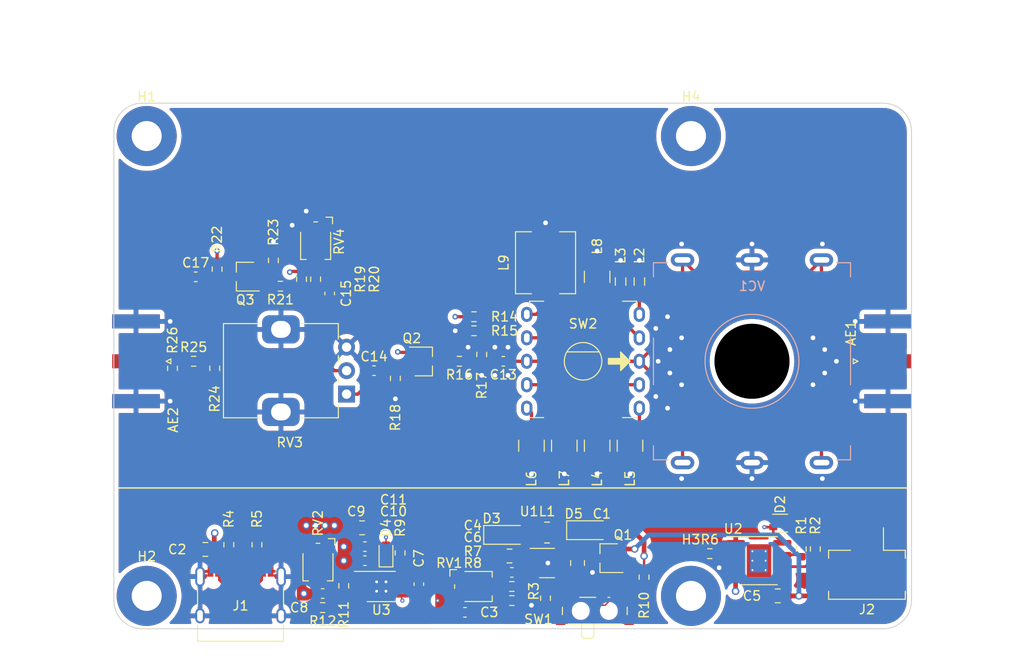
<source format=kicad_pcb>
(kicad_pcb (version 20211014) (generator pcbnew)

  (general
    (thickness 4.69)
  )

  (paper "A4")
  (title_block
    (title "HFAmp")
    (date "2022-11-13")
    (rev "A0")
    (company "imi415")
  )

  (layers
    (0 "F.Cu" signal)
    (1 "In1.Cu" signal)
    (2 "In2.Cu" signal)
    (31 "B.Cu" signal)
    (32 "B.Adhes" user "B.Adhesive")
    (33 "F.Adhes" user "F.Adhesive")
    (34 "B.Paste" user)
    (35 "F.Paste" user)
    (36 "B.SilkS" user "B.Silkscreen")
    (37 "F.SilkS" user "F.Silkscreen")
    (38 "B.Mask" user)
    (39 "F.Mask" user)
    (40 "Dwgs.User" user "User.Drawings")
    (41 "Cmts.User" user "User.Comments")
    (42 "Eco1.User" user "User.Eco1")
    (43 "Eco2.User" user "User.Eco2")
    (44 "Edge.Cuts" user)
    (45 "Margin" user)
    (46 "B.CrtYd" user "B.Courtyard")
    (47 "F.CrtYd" user "F.Courtyard")
    (48 "B.Fab" user)
    (49 "F.Fab" user)
    (50 "User.1" user)
    (51 "User.2" user)
    (52 "User.3" user)
    (53 "User.4" user)
    (54 "User.5" user)
    (55 "User.6" user)
    (56 "User.7" user)
    (57 "User.8" user)
    (58 "User.9" user)
  )

  (setup
    (stackup
      (layer "F.SilkS" (type "Top Silk Screen"))
      (layer "F.Paste" (type "Top Solder Paste"))
      (layer "F.Mask" (type "Top Solder Mask") (thickness 0.01))
      (layer "F.Cu" (type "copper") (thickness 0.035))
      (layer "dielectric 1" (type "core") (thickness 1.51) (material "FR4") (epsilon_r 4.5) (loss_tangent 0.02))
      (layer "In1.Cu" (type "copper") (thickness 0.035))
      (layer "dielectric 2" (type "prepreg") (thickness 1.51) (material "FR4") (epsilon_r 4.5) (loss_tangent 0.02))
      (layer "In2.Cu" (type "copper") (thickness 0.035))
      (layer "dielectric 3" (type "core") (thickness 1.51) (material "FR4") (epsilon_r 4.5) (loss_tangent 0.02))
      (layer "B.Cu" (type "copper") (thickness 0.035))
      (layer "B.Mask" (type "Bottom Solder Mask") (thickness 0.01))
      (layer "B.Paste" (type "Bottom Solder Paste"))
      (layer "B.SilkS" (type "Bottom Silk Screen"))
      (copper_finish "None")
      (dielectric_constraints yes)
    )
    (pad_to_mask_clearance 0)
    (aux_axis_origin 100 129)
    (pcbplotparams
      (layerselection 0x00010fc_ffffffff)
      (disableapertmacros false)
      (usegerberextensions false)
      (usegerberattributes true)
      (usegerberadvancedattributes true)
      (creategerberjobfile true)
      (svguseinch false)
      (svgprecision 6)
      (excludeedgelayer true)
      (plotframeref false)
      (viasonmask false)
      (mode 1)
      (useauxorigin false)
      (hpglpennumber 1)
      (hpglpenspeed 20)
      (hpglpendiameter 15.000000)
      (dxfpolygonmode true)
      (dxfimperialunits true)
      (dxfusepcbnewfont true)
      (psnegative false)
      (psa4output false)
      (plotreference true)
      (plotvalue true)
      (plotinvisibletext false)
      (sketchpadsonfab false)
      (subtractmaskfromsilk false)
      (outputformat 1)
      (mirror false)
      (drillshape 1)
      (scaleselection 1)
      (outputdirectory "")
    )
  )

  (net 0 "")
  (net 1 "GND")
  (net 2 "/Pre_Amp/RF_OUT")
  (net 3 "/Power_Supply/BAT_SW")
  (net 4 "VBUS")
  (net 5 "/Power_Supply/VBST")
  (net 6 "Net-(C3-Pad2)")
  (net 7 "Net-(L9-Pad1)")
  (net 8 "Net-(C8-Pad2)")
  (net 9 "Net-(C13-Pad2)")
  (net 10 "Net-(C14-Pad1)")
  (net 11 "Net-(C14-Pad2)")
  (net 12 "Net-(C15-Pad1)")
  (net 13 "Net-(C15-Pad2)")
  (net 14 "Net-(C17-Pad1)")
  (net 15 "Net-(C17-Pad2)")
  (net 16 "+BATT")
  (net 17 "Net-(D2-Pad3)")
  (net 18 "Net-(D2-Pad4)")
  (net 19 "Net-(D3-Pad2)")
  (net 20 "Net-(D4-Pad1)")
  (net 21 "Net-(J1-PadA5)")
  (net 22 "unconnected-(J1-PadA6)")
  (net 23 "unconnected-(J1-PadA7)")
  (net 24 "unconnected-(J1-PadA8)")
  (net 25 "Net-(J1-PadB5)")
  (net 26 "unconnected-(J1-PadB6)")
  (net 27 "unconnected-(J1-PadB7)")
  (net 28 "unconnected-(J1-PadB8)")
  (net 29 "Net-(Q2-Pad3)")
  (net 30 "Net-(Q3-Pad1)")
  (net 31 "Net-(Q3-Pad2)")
  (net 32 "Net-(R1-Pad2)")
  (net 33 "Net-(R2-Pad2)")
  (net 34 "Net-(R3-Pad1)")
  (net 35 "Net-(R6-Pad1)")
  (net 36 "Net-(R7-Pad1)")
  (net 37 "Net-(R11-Pad1)")
  (net 38 "Net-(R14-Pad1)")
  (net 39 "Net-(R20-Pad2)")
  (net 40 "unconnected-(RV1-Pad1)")
  (net 41 "unconnected-(RV2-Pad1)")
  (net 42 "unconnected-(RV4-Pad1)")
  (net 43 "unconnected-(SW1-Pad1)")
  (net 44 "Net-(L2-Pad1)")
  (net 45 "Net-(L3-Pad1)")
  (net 46 "Net-(L4-Pad1)")
  (net 47 "Net-(L5-Pad1)")
  (net 48 "Net-(L6-Pad1)")
  (net 49 "Net-(L7-Pad1)")
  (net 50 "Net-(L8-Pad1)")
  (net 51 "unconnected-(U2-Pad9)")
  (net 52 "unconnected-(U3-Pad3)")
  (net 53 "unconnected-(U3-Pad6)")
  (net 54 "unconnected-(U3-Pad7)")
  (net 55 "/Pre_Selector/RF_PATH")
  (net 56 "VDD")
  (net 57 "unconnected-(H1-Pad1)")
  (net 58 "unconnected-(H2-Pad1)")
  (net 59 "unconnected-(H3-Pad1)")
  (net 60 "unconnected-(H4-Pad1)")

  (footprint "Inductor_SMD:L_1210_3225Metric" (layer "F.Cu") (at 155 109.5 -90))

  (footprint "Resistor_SMD:R_0603_1608Metric" (layer "F.Cu") (at 115.25 120.05 90))

  (footprint "Capacitor_SMD:C_0805_2012Metric" (layer "F.Cu") (at 170.75 125.5 180))

  (footprint "Resistor_SMD:R_0603_1608Metric" (layer "F.Cu") (at 138.375 95.75 180))

  (footprint "Resistor_SMD:R_0603_1608Metric" (layer "F.Cu") (at 146 125.75 -90))

  (footprint "Inductor_SMD:L_0805_2012Metric" (layer "F.Cu") (at 156 92 90))

  (footprint "Capacitor_SMD:C_0603_1608Metric" (layer "F.Cu") (at 142.4125 123))

  (footprint "Capacitor_SMD:C_0805_2012Metric" (layer "F.Cu") (at 142.1625 121.25))

  (footprint "Inductor_SMD:L_1008_2520Metric" (layer "F.Cu") (at 146.1625 118.75 180))

  (footprint "Potentiometer_SMD:Potentiometer_Bourns_TC33X_Vertical" (layer "F.Cu") (at 138.4125 124.5))

  (footprint "Capacitor_SMD:C_0603_1608Metric" (layer "F.Cu") (at 108.725 91.5 180))

  (footprint "Connector_JST:JST_PH_B2B-PH-SM4-TB_1x02-1MP_P2.00mm_Vertical" (layer "F.Cu") (at 180.25 121.5 180))

  (footprint "Resistor_SMD:R_0603_1608Metric" (layer "F.Cu") (at 117 89.75 90))

  (footprint "Package_TO_SOT_SMD:TSOT-23" (layer "F.Cu") (at 152.75 121.5 180))

  (footprint "Resistor_SMD:R_0603_1608Metric" (layer "F.Cu") (at 111 90.675 -90))

  (footprint "Resistor_SMD:R_0603_1608Metric" (layer "F.Cu") (at 173.25 120.5 -90))

  (footprint "Inductor_SMD:L_1210_3225Metric" (layer "F.Cu") (at 151.5 91.5 90))

  (footprint "Resistor_SMD:R_0603_1608Metric" (layer "F.Cu") (at 124.5 124.425 -90))

  (footprint "MountingHole:MountingHole_3.2mm_M3_Pad" (layer "F.Cu") (at 103.5 125.5))

  (footprint "Resistor_SMD:R_0603_1608Metric" (layer "F.Cu") (at 121.5 91.75 90))

  (footprint "Diode_SMD:D_SOD-123" (layer "F.Cu") (at 150.5 118.5))

  (footprint "Resistor_SMD:R_0603_1608Metric" (layer "F.Cu") (at 138.375 97.25))

  (footprint "Resistor_SMD:R_0603_1608Metric" (layer "F.Cu") (at 156.5 123.5 -90))

  (footprint "Inductor_SMD:L_1210_3225Metric" (layer "F.Cu") (at 148 109.5 -90))

  (footprint "Resistor_SMD:R_0603_1608Metric" (layer "F.Cu") (at 108.5 100.5 180))

  (footprint "Capacitor_SMD:C_0805_2012Metric" (layer "F.Cu") (at 126.45 118.25))

  (footprint "Resistor_SMD:R_0603_1608Metric" (layer "F.Cu") (at 142.4125 126))

  (footprint "MountingHole:MountingHole_3.2mm_M3_Pad" (layer "F.Cu") (at 103.5 76.5))

  (footprint "Resistor_SMD:R_0603_1608Metric" (layer "F.Cu") (at 117.75 92.5 180))

  (footprint "Capacitor_SMD:C_0603_1608Metric" (layer "F.Cu") (at 141.5 100.5 180))

  (footprint "Potentiometer_THT:Potentiometer_Alps_RK09K_Single_Vertical" (layer "F.Cu") (at 124.8 104 180))

  (footprint "LED_SMD:LED_LiteOn_LTST-C19HE1WT" (layer "F.Cu") (at 171 117.75 90))

  (footprint "Connector_Coaxial:SMA_Amphenol_132289_EdgeMount" (layer "F.Cu") (at 182.5 100.5))

  (footprint "Resistor_SMD:R_0603_1608Metric" (layer "F.Cu") (at 142.4125 124.5))

  (footprint "Potentiometer_SMD:Potentiometer_Bourns_TC33X_Vertical" (layer "F.Cu") (at 121.5 87.75 -90))

  (footprint "Resistor_SMD:R_0603_1608Metric" (layer "F.Cu") (at 120 91.75 -90))

  (footprint "Resistor_SMD:R_0603_1608Metric" (layer "F.Cu") (at 122.25 126.75 180))

  (footprint "Capacitor_SMD:C_0603_1608Metric" (layer "F.Cu") (at 126.75 120.25))

  (footprint "Button_Switch_SMD:SW_SPDT_PCM12" (layer "F.Cu") (at 151.25 126.775))

  (footprint "LED_SMD:LED_0603_1608Metric" (layer "F.Cu") (at 129 120.925 90))

  (footprint "Package_TO_SOT_SMD:TSOT-23" (layer "F.Cu") (at 114 91.5 180))

  (footprint "Resistor_SMD:R_0603_1608Metric" (layer "F.Cu") (at 130 102.325 -90))

  (footprint "Capacitor_SMD:C_0603_1608Metric" (layer "F.Cu") (at 122.25 125.25))

  (footprint "Diode_SMD:D_SOD-123" (layer "F.Cu") (at 141.6625 119))

  (footprint "Package_TO_SOT_SMD:SOT-23-5" (layer "F.Cu") (at 146.1625 122))

  (footprint "Resistor_SMD:R_0603_1608Metric" (layer "F.Cu") (at 136.825 100.5 180))

  (footprint "Package_SO:SOIC-8-1EP_3.9x4.9mm_P1.27mm_EP2.62x3.51mm_ThermalVias" (layer "F.Cu") (at 168.75 121.75))

  (footprint "Inductor_SMD:L_1210_3225Metric" (layer "F.Cu") (at 151.5 109.5 -90))

  (footprint "Resistor_SMD:R_0603_1608Metric" (layer "F.Cu") (at 112.25 120.05 90))

  (footprint "Resistor_SMD:R_0603_1608Metric" (layer "F.Cu") (at 110.75 101.25 -90))

  (footprint "Resistor_SMD:R_0603_1608Metric" (layer "F.Cu") (at 130.5 120.925 90))

  (footprint "Resistor_SMD:R_0603_1608Metric" (layer "F.Cu") (at 106.25 101.25 -90))

  (footprint "Capacitor_SMD:C_0603_1608Metric" (layer "F.Cu") (at 137.4125 127.25))

  (footprint "Capacitor_SMD:C_0603_1608Metric" (layer "F.Cu") (at 132.5 124.25 -90))

  (footprint "Potentiometer_SMD:Potentiometer_Bourns_TC33X_Vertical" (layer "F.Cu") (at 121.75 122 -90))

  (footprint "Button_Switch_Local:SRBQ490100" (layer "F.Cu") (at 150 100.5))

  (footprint "Resistor_SMD:R_0603_1608Metric" (layer "F.Cu") (at 139.2 99.775 90))

  (footprint "Resistor_SMD:R_0603_1608Metric" (layer "F.Cu")
    (tedit 5F68FEEE) (tstamp d8dcbc8b-1427-44b7-bc24-fcd1e76d56e9)
    (at 174.75 120.5 -90)
    (descr "Resistor SMD 0603 (1608 Metric), square (rectangular) end terminal, IPC_7351 nominal, (Body size source: IPC-SM-782 page 72, https://www.pcb-3d.com/wordpress/wp-content/uploads/ipc-sm-782a_amendment_1_and_2.pdf), generated with kicad-footprint-generator")
    (tags "resistor")
    (property "Sheetfile" "Power_Supply.kicad_sch")
    (property "Sheetname" "Power_Supply")
    (path "/2f537b18-a967-49fd-b660-16200bbe2271/1727722f-bba9-40b9-b48c-f31f717b1017")
    (attr smd)
    (fp_text reference "R2" (at -2.5 0 90) (layer "F.SilkS")
      (effects (font (size 1 1) (thickness 0.15)))
      (tstamp 460d0ba5-e438-4c7c-92d3-dd676253c6c9)
    )
    (fp_text value "1k" (at 0 1.43 90) (layer "F.Fab")
      (effects (font (size 1 1) (thickness 0.15)))
      (tstamp 4d18bc22-6d3a-4d9b-a5d7-ff86abe3baeb)
    )
    (fp_text user "${REFERENCE}" (at 0 0 90) (layer "F.Fab")
      (effects (font (size 0.4 0.4) (thickness 0.06)))
      (tstamp 370dbece-14e6-4b40-a59d-a94c376c5c88)
    )
    (fp_line (start -0.237258 -0.5225) (end 0.237258 -0.5225) (layer "F.SilkS") (width 0.12) (tstamp 40ecf678-1a18-43db-9220-f24aa0e470ae))
    (fp_line (start -0.237258 0.5225) (end 0.237258 0.5225) (layer "F.SilkS") (width 0.12) (tstamp e8388ddd-0031-4b33-b422-bfd3c1513688))
    (fp_line (start 1.48 -0.73) (end 1.48 0.73) (layer "F.CrtYd") (width 0.05) (tstamp 0390b96a-6a13-4e28-a8b5-acf630a171df))
    (fp_line (start 1.48 0.73) (end -1.48 0.73) (layer "F.CrtYd") (width 0.05) (tstamp 190ae9ee-9a33-4de8-9710-13563e7fbb64))
    (fp_line (start -1.48 -0.73) (end 1.48 -0.73) (layer "F.CrtYd") (width 0.05) (tstamp 273f44e9-1372-4b84-a21f-bbb54a6142ad))
    (fp_line (start -1.48 0.73) (end -1.48 -0.73) (layer "F.CrtYd") (width 0.05) (tstamp ab43b4c3-fc7e-4fc4-9f12-5eb818186063))
    (fp_line (start -0.8 0.4125) (end -0.8 -0.4125) (layer "F.Fab") (width 0.1) (tstamp 23c5ff19-572e-4ed2-b05b-a5b2107d3209))
    (fp_line (start 0.8 0.4125) (end -0.8 0.4125) (layer "F.Fab") (width 0.1) (tstamp 65e19f67-1426-49dc-aa84-cc7d411ce971))
    (fp_line (start 0.8 -0.4125) (end 0.8 0.4125) (layer "F.Fab") (width 0.1) (tstamp b33ce52e-de44-446c-9d5c-02ea850f5743))
    (fp_line (start -0.8 -0.4125) (end 0.8 -0.4125) (layer "F.Fab") 
... [984788 chars truncated]
</source>
